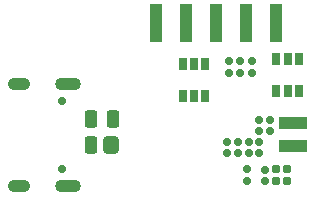
<source format=gbr>
%TF.GenerationSoftware,KiCad,Pcbnew,8.0.3*%
%TF.CreationDate,2024-07-01T02:25:18+08:00*%
%TF.ProjectId,hpm_dap,68706d5f-6461-4702-9e6b-696361645f70,rev?*%
%TF.SameCoordinates,PX3f32af6PY270961d*%
%TF.FileFunction,Soldermask,Bot*%
%TF.FilePolarity,Negative*%
%FSLAX46Y46*%
G04 Gerber Fmt 4.6, Leading zero omitted, Abs format (unit mm)*
G04 Created by KiCad (PCBNEW 8.0.3) date 2024-07-01 02:25:18*
%MOMM*%
%LPD*%
G01*
G04 APERTURE LIST*
G04 Aperture macros list*
%AMRoundRect*
0 Rectangle with rounded corners*
0 $1 Rounding radius*
0 $2 $3 $4 $5 $6 $7 $8 $9 X,Y pos of 4 corners*
0 Add a 4 corners polygon primitive as box body*
4,1,4,$2,$3,$4,$5,$6,$7,$8,$9,$2,$3,0*
0 Add four circle primitives for the rounded corners*
1,1,$1+$1,$2,$3*
1,1,$1+$1,$4,$5*
1,1,$1+$1,$6,$7*
1,1,$1+$1,$8,$9*
0 Add four rect primitives between the rounded corners*
20,1,$1+$1,$2,$3,$4,$5,0*
20,1,$1+$1,$4,$5,$6,$7,0*
20,1,$1+$1,$6,$7,$8,$9,0*
20,1,$1+$1,$8,$9,$2,$3,0*%
G04 Aperture macros list end*
%ADD10RoundRect,0.038000X-0.500000X-1.550000X0.500000X-1.550000X0.500000X1.550000X-0.500000X1.550000X0*%
%ADD11O,1.876000X1.076000*%
%ADD12O,2.176000X1.076000*%
%ADD13C,0.726000*%
%ADD14RoundRect,0.038000X-0.275000X-0.500000X0.275000X-0.500000X0.275000X0.500000X-0.275000X0.500000X0*%
%ADD15RoundRect,0.154000X0.204000X-0.154000X0.204000X0.154000X-0.204000X0.154000X-0.204000X-0.154000X0*%
%ADD16RoundRect,0.159000X0.159000X0.189000X-0.159000X0.189000X-0.159000X-0.189000X0.159000X-0.189000X0*%
%ADD17RoundRect,0.159000X0.189000X-0.159000X0.189000X0.159000X-0.189000X0.159000X-0.189000X-0.159000X0*%
%ADD18RoundRect,0.159000X-0.189000X0.159000X-0.189000X-0.159000X0.189000X-0.159000X0.189000X0.159000X0*%
%ADD19RoundRect,0.038000X-1.150000X0.425000X-1.150000X-0.425000X1.150000X-0.425000X1.150000X0.425000X0*%
%ADD20RoundRect,0.269000X0.269000X0.469000X-0.269000X0.469000X-0.269000X-0.469000X0.269000X-0.469000X0*%
%ADD21RoundRect,0.265833X0.372167X0.472167X-0.372167X0.472167X-0.372167X-0.472167X0.372167X-0.472167X0*%
G04 APERTURE END LIST*
D10*
%TO.C,J2*%
X10922999Y14750000D03*
X8382999Y14750000D03*
X5842999Y14750000D03*
X3302999Y14750000D03*
X762999Y14750000D03*
%TD*%
D11*
%TO.C,J1*%
X-10857001Y944000D03*
D12*
X-6677001Y944000D03*
D11*
X-10857001Y9584000D03*
D12*
X-6677001Y9584000D03*
D13*
X-7177001Y2374000D03*
X-7177001Y8154000D03*
%TD*%
D14*
%TO.C,D3*%
X10963306Y9001293D03*
X11913306Y9001293D03*
X12863306Y9001293D03*
X12863306Y11701293D03*
X11913306Y11701293D03*
X10963306Y11701293D03*
%TD*%
D15*
%TO.C,R10*%
X10928666Y2348093D03*
X10928666Y1328093D03*
%TD*%
D16*
%TO.C,C14*%
X9502906Y5626893D03*
X10462906Y5626893D03*
%TD*%
D17*
%TO.C,C5*%
X8865306Y11490627D03*
X8865306Y10530627D03*
%TD*%
%TO.C,C1*%
X7925038Y11490627D03*
X7925038Y10530627D03*
%TD*%
D14*
%TO.C,D2*%
X3064906Y8594893D03*
X4014906Y8594893D03*
X4964906Y8594893D03*
X4964906Y11294893D03*
X4014906Y11294893D03*
X3064906Y11294893D03*
%TD*%
D17*
%TO.C,C8*%
X6782506Y4684493D03*
X6782506Y3724493D03*
%TD*%
D18*
%TO.C,C18*%
X9982906Y1358093D03*
X9982906Y2318093D03*
%TD*%
D17*
%TO.C,C9*%
X7696906Y4684493D03*
X7696906Y3724493D03*
%TD*%
D19*
%TO.C,L2*%
X12388581Y4296203D03*
X12388581Y6246203D03*
%TD*%
D17*
%TO.C,C10*%
X8611306Y4684493D03*
X8611306Y3724493D03*
%TD*%
%TO.C,C6*%
X6985706Y11490627D03*
X6985706Y10530627D03*
%TD*%
D20*
%TO.C,D1*%
X-2833894Y6625293D03*
X-4733894Y6625293D03*
X-4733894Y4425293D03*
D21*
X-3013894Y4425293D03*
%TD*%
D17*
%TO.C,C11*%
X9525706Y4684493D03*
X9525706Y3724493D03*
%TD*%
D15*
%TO.C,R11*%
X11893866Y2348093D03*
X11893866Y1328093D03*
%TD*%
D18*
%TO.C,C4*%
X8458906Y1378093D03*
X8458906Y2338093D03*
%TD*%
D16*
%TO.C,C13*%
X9502906Y6541293D03*
X10462906Y6541293D03*
%TD*%
M02*

</source>
